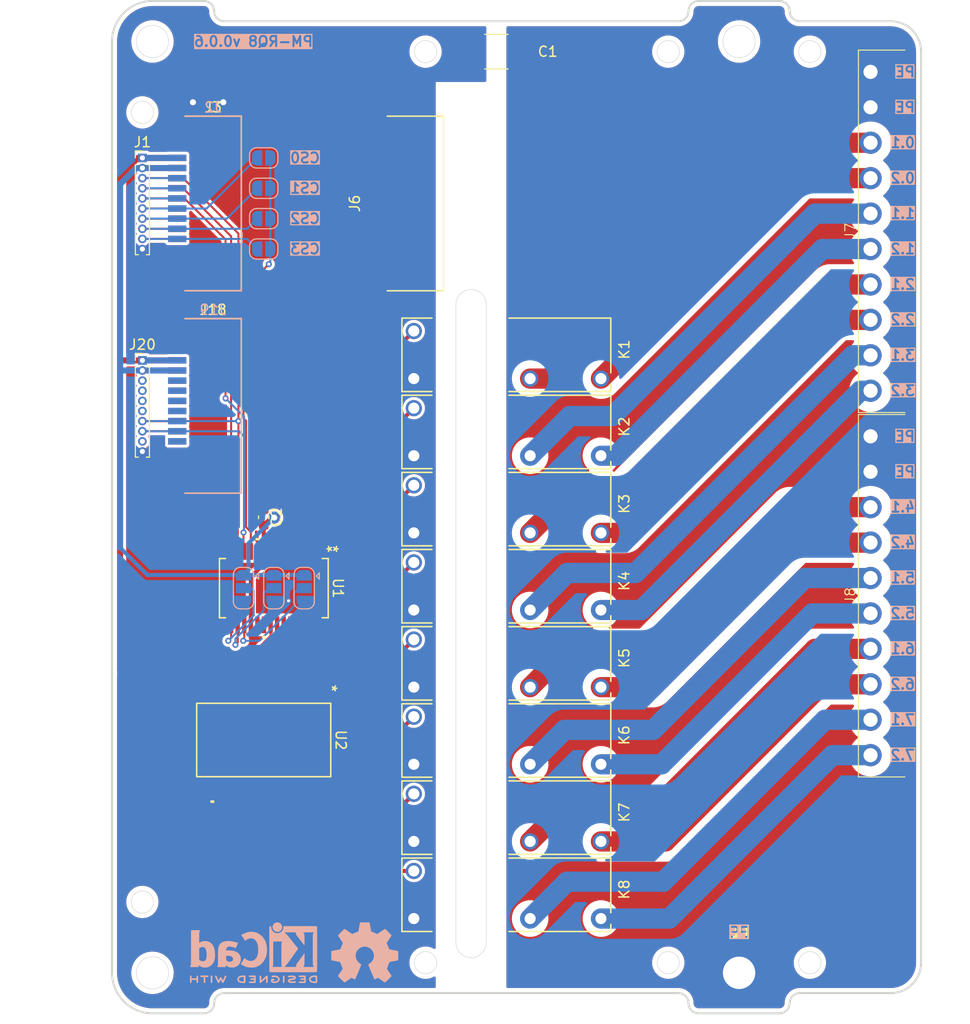
<source format=kicad_pcb>
(kicad_pcb (version 20240108) (generator "pcbnew") (generator_version "8.0")
  (title_block (title "${article} v${version}"))
  (layers (0 "F.Cu" signal) (31 "B.Cu" signal) (34 "B.Paste" user) (35 "F.Paste" user) (36 "B.SilkS" user "B.Silkscreen") (37 "F.SilkS" user "F.Silkscreen") (38 "B.Mask" user) (39 "F.Mask" user) (44 "Edge.Cuts" user))
  (property "article" "PM-RQ8")
  (property "version" "0.0.6")
  (net 0 "")
  (net 1 "GND")
  (net 2 "/K7")
  (net 3 "/K3")
  (net 4 "/K5")
  (net 5 "/K6")
  (net 6 "/K8")
  (net 7 "/K4")
  (net 8 "/K1")
  (net 9 "/K2")
  (net 10 "PE")
  (net 11 "+3.3V")
  (net 12 "/MISO")
  (net 13 "/K8_exp")
  (net 14 "/K4_exp")
  (net 15 "/K7_exp")
  (net 16 "/K1_exp")
  (net 17 "/K6_exp")
  (net 18 "/K2_exp")
  (net 19 "/K3_exp")
  (net 20 "/K5_exp")
  (net 21 "/CS")
  (net 22 "/K8_led")
  (net 23 "/K7_led")
  (net 24 "/K5_led")
  (net 25 "/K1_led")
  (net 26 "/K6_led")
  (net 27 "/K4_led")
  (net 28 "/K2_led")
  (net 29 "/K3_led")
  (net 30 "/CS3")
  (net 31 "/CS0")
  (net 32 "/CS2")
  (net 33 "/CS1")
  (net 35 "Net-(J7-Pin_8)")
  (net 36 "Net-(J7-Pin_4)")
  (net 37 "Net-(J7-Pin_2)")
  (net 38 "Net-(J7-Pin_7)")
  (net 39 "Net-(J7-Pin_1)")
  (net 40 "Net-(J7-Pin_3)")
  (net 41 "Net-(J7-Pin_5)")
  (net 42 "Net-(J7-Pin_6)")
  (net 43 "Net-(J8-Pin_1)")
  (net 44 "Net-(J8-Pin_5)")
  (net 45 "Net-(J8-Pin_3)")
  (net 46 "Net-(J8-Pin_6)")
  (net 47 "Net-(J8-Pin_7)")
  (net 48 "Net-(J8-Pin_4)")
  (net 49 "Net-(J8-Pin_2)")
  (net 50 "Net-(J8-Pin_8)")
  (net 53 "/A0")
  (net 54 "/A1")
  (net 55 "/A2")
  (net 56 "/SCK")
  (net 57 "/MOSI")
  (net 61 "+5V")
  (footprint "kicad_inventree_lib:CONN10_AFA07-S10_JUS" (layer "F.Cu") (at 64.9 70.3 90)
    (property "Reference" "J6")
    (property "Value" "AFA07-S10FCC-00")
  )
  (footprint "kicad_inventree_lib:G5NB-1A-E_DC12_RELAY_G5NB-1A_DC5_OMR" (layer "F.Cu") (at 83.04 105.76 90)
    (property "Reference" "K4")
    (property "Value" "G5NB-1A-E-DC5")
  )
  (footprint "kicad_inventree_lib:SOP18-P-375-1p27_TOS-M" (layer "F.Cu") (at 49.9 123.3 -90)
    (property "Reference" "U2")
    (property "Value" "TBD62783AFG")
  )
  (footprint "kicad_inventree_lib:CONN10_AFA07-S10_JUS" (layer "F.Cu") (at 44.9 90.3 90)
    (property "Reference" "J18")
    (property "Value" "AFA07-S10FCC-00")
  )
  (footprint "kicad_inventree_lib:G5NB-1A-E_DC12_RELAY_G5NB-1A_DC5_OMR" (layer "F.Cu") (at 83.04 113.38 90)
    (property "Reference" "K5")
    (property "Value" "G5NB-1A-E-DC5")
  )
  (footprint "Connector_PinHeader_1.00mm:PinHeader_1x10_P1.00mm_Vertical" (layer "F.Cu") (at 37.9 65.8)
    (property "Reference" "J1")
    (property "Value" "PinHeader_01x10_P1.00_THT_straight")
  )
  (footprint "kicad_inventree_lib:PM-ESP32C3_v0.0.5" (layer "F.Cu") (at 34.9 100.3)
    (property "Reference" "U4" (hide yes))
    (property "Value" "~" (hide yes))
    (fp_circle (center 3 -39) (end 4.1 -39) (stroke (width 0.05)) (fill none) (layer "Edge.Cuts"))
    (fp_circle (center 3 39) (end 4.1 39) (stroke (width 0.05)) (fill none) (layer "Edge.Cuts"))
    (fp_circle (center 31 -45) (end 32.1 -45) (stroke (width 0.05)) (fill none) (layer "Edge.Cuts"))
    (fp_circle (center 31 45) (end 32.1 45) (stroke (width 0.05)) (fill none) (layer "Edge.Cuts"))
  )
  (footprint "kicad_inventree_lib:G5NB-1A-E_DC12_RELAY_G5NB-1A_DC5_OMR" (layer "F.Cu") (at 83.04 121 90)
    (property "Reference" "K6")
    (property "Value" "G5NB-1A-E-DC5")
  )
  (footprint "kicad_inventree_lib:G5NB-1A-E_DC12_RELAY_G5NB-1A_DC5_OMR" (layer "F.Cu") (at 83.04 136.24 90)
    (property "Reference" "K8")
    (property "Value" "G5NB-1A-E-DC5")
  )
  (footprint "kicad_inventree_lib:G5NB-1A-E_DC12_RELAY_G5NB-1A_DC5_OMR" (layer "F.Cu") (at 83.04 82.9 90)
    (property "Reference" "K1")
    (property "Value" "G5NB-1A-E-DC5")
  )
  (footprint "kicad_inventree_lib:PM-LED_v0.0.2" (layer "F.Cu") (at 99.9 100.3)
    (property "Reference" "U3" (hide yes))
    (property "Value" "PM-LED8_v0.0.2")
    (fp_circle (center -10 -45) (end -8.9 -45) (stroke (width 0.05)) (fill none) (layer "Edge.Cuts"))
    (fp_circle (center -10 45) (end -8.9 45) (stroke (width 0.05)) (fill none) (layer "Edge.Cuts"))
    (fp_circle (center 4 -45) (end 5.1 -45) (stroke (width 0.05)) (fill none) (layer "Edge.Cuts"))
    (fp_circle (center 4 45) (end 5.1 45) (stroke (width 0.05)) (fill none) (layer "Edge.Cuts"))
  )
  (footprint "kicad_inventree_lib:MountingHole_M3" (layer "F.Cu") (at 38.9 54.3)
    (property "Reference" "H2" (hide yes))
    (property "Value" "MountingHole_M3")
    (fp_circle (center 0 0) (end 1.6 0) (stroke (width 0.05)) (fill none) (layer "Edge.Cuts"))
  )
  (footprint "kicad_inventree_lib:15EDGRC-3.5-10P" (layer "F.Cu") (at 109.9 124.8 90)
    (property "Reference" "J8")
    (property "Value" "15EDGRC-3.5-10P")
  )
  (footprint "kicad_inventree_lib:G5NB-1A-E_DC12_RELAY_G5NB-1A_DC5_OMR" (layer "F.Cu") (at 83.04 128.62 90)
    (property "Reference" "K7")
    (property "Value" "G5NB-1A-E-DC5")
  )
  (footprint "Connector_PinHeader_1.00mm:PinHeader_1x10_P1.00mm_Vertical" (layer "F.Cu") (at 37.9 85.8)
    (property "Reference" "J20")
    (property "Value" "PinHeader_01x10_P1.00_THT_straight")
  )
  (footprint "kicad_inventree_lib:MountingHole_M3" (layer "F.Cu") (at 96.9 54.3)
    (property "Reference" "H1" (hide yes))
    (property "Value" "MountingHole_M3")
    (fp_circle (center 0 0) (end 1.6 0) (stroke (width 0.05)) (fill none) (layer "Edge.Cuts"))
  )
  (footprint "Capacitor_SMD:C_0603_1608Metric" (layer "F.Cu") (at 49.9 101.3 90)
    (property "Reference" "C2")
    (property "Value" "100nF")
  )
  (footprint "kicad_inventree_lib:MountingHole_M3" (layer "F.Cu") (at 38.9 146.3)
    (property "Reference" "H3" (hide yes))
    (property "Value" "MountingHole_M3")
    (fp_circle (center 0 0) (end 1.6 0) (stroke (width 0.05)) (fill none) (layer "Edge.Cuts"))
  )
  (footprint "kicad_inventree_lib:PE" (layer "F.Cu") (at 96.9 146.3)
    (property "Reference" "PE1" (hide yes))
    (property "Value" "PE")
  )
  (footprint "kicad_inventree_lib:G5NB-1A-E_DC12_RELAY_G5NB-1A_DC5_OMR" (layer "F.Cu") (at 83.04 98.14 90)
    (property "Reference" "K3")
    (property "Value" "G5NB-1A-E-DC5")
  )
  (footprint "kicad_inventree_lib:SSOP28_MC_MCH" (layer "F.Cu") (at 50.9 108.3 -90)
    (property "Reference" "U1")
    (property "Value" "MCP23S17_SS")
  )
  (footprint "kicad_inventree_lib:G5NB-1A-E_DC12_RELAY_G5NB-1A_DC5_OMR" (layer "F.Cu") (at 83.04 90.52 90)
    (property "Reference" "K2")
    (property "Value" "G5NB-1A-E-DC5")
  )
  (footprint "Capacitor_SMD:C_1812_4532Metric_Pad1.57x3.40mm_HandSolder" (layer "F.Cu") (at 72.9 55.3 180)
    (property "Reference" "C1")
    (property "Value" "4.7nF 2kV")
  )
  (footprint "kicad_inventree_lib:15EDGRC-3.5-10P" (layer "F.Cu") (at 109.9 88.8 90)
    (property "Reference" "J7")
    (property "Value" "15EDGRC-3.5-10P")
  )
  (footprint "kicad_inventree_lib:CONN10_AFA07-S10_JUS" (layer "F.Cu") (at 44.9 70.3 90)
    (property "Reference" "J3")
    (property "Value" "AFA07-S10FCC-00")
  )
  (footprint "kicad_inventree_lib:CONN10_AFA07-S10_JUS" (layer "B.Cu") (at 44.9 90.3 -90)
    (property "Reference" "J19")
    (property "Value" "AFA07-S10FCC-00")
  )
  (footprint "Jumper:SolderJumper-2_P1.3mm_Open_RoundedPad1.0x1.5mm" (layer "B.Cu") (at 49.9 71.8)
    (property "Reference" "JP3" (hide yes))
    (property "Value" "SolderJumper_2_Open")
  )
  (footprint "Jumper:SolderJumper-3_P1.3mm_Open_RoundedPad1.0x1.5mm" (layer "B.Cu") (at 47.9 108.3 -90)
    (property "Reference" "JP5" (hide yes))
    (property "Value" "SolderJumper_3_Open")
  )
  (footprint "Jumper:SolderJumper-2_P1.3mm_Open_RoundedPad1.0x1.5mm" (layer "B.Cu") (at 49.9 74.8)
    (property "Reference" "JP4" (hide yes))
    (property "Value" "SolderJumper_2_Open")
  )
  (footprint "Symbol:OSHW-Symbol_6.7x6mm_SilkScreen" (layer "B.Cu") (at 59.9 144.3 180)
    (property "Reference" "oshw_logo" (hide yes))
    (property "Value" "OSHW-Symbol_6.7x6mm_SilkScreen" (hide yes))
  )
  (footprint "Jumper:SolderJumper-2_P1.3mm_Open_RoundedPad1.0x1.5mm" (layer "B.Cu") (at 49.9 68.8)
    (property "Reference" "JP2" (hide yes))
    (property "Value" "SolderJumper_2_Open")
  )
  (footprint "Jumper:SolderJumper-3_P1.3mm_Open_RoundedPad1.0x1.5mm" (layer "B.Cu") (at 50.9 108.3 -90)
    (property "Reference" "JP6" (hide yes))
    (property "Value" "SolderJumper_3_Open")
  )
  (footprint "Symbol:KiCad-Logo2_5mm_SilkScreen" (layer "B.Cu") (at 48.9 144.3 180)
    (property "Reference" "kicad_logo" (hide yes))
    (property "Value" "KiCad-Logo2_5mm_SilkScreen" (hide yes))
  )
  (footprint "Jumper:SolderJumper-2_P1.3mm_Open_RoundedPad1.0x1.5mm" (layer "B.Cu") (at 49.9 65.8)
    (property "Reference" "JP1" (hide yes))
    (property "Value" "SolderJumper_2_Open")
  )
  (footprint "kicad_inventree_lib:CONN10_AFA07-S10_JUS" (layer "B.Cu") (at 44.9 70.3 -90)
    (property "Reference" "J2")
    (property "Value" "AFA07-S10FCC-00")
  )
  (footprint "Jumper:SolderJumper-3_P1.3mm_Open_RoundedPad1.0x1.5mm" (layer "B.Cu") (at 53.9 108.3 -90)
    (property "Reference" "JP7" (hide yes))
    (property "Value" "SolderJumper_3_Open")
  )
  (gr_arc (start 34.9 54.3) (mid 36.071573 51.471573) (end 38.9 50.3) (stroke (width 0.2)) (layer "Edge.Cuts"))
  (gr_line (start 102.9 148.3) (end 111.9 148.3) (stroke (width 0.2)) (layer "Edge.Cuts"))
  (gr_arc (start 101.9 149.3) (mid 102.192893 148.592893) (end 102.9 148.3) (stroke (width 0.2)) (layer "Edge.Cuts"))
  (gr_line (start 92.9 150.3) (end 100.9 150.3) (stroke (width 0.2)) (layer "Edge.Cuts"))
  (gr_arc (start 92.9 150.3) (mid 92.192893 150.007107) (end 91.9 149.3) (stroke (width 0.2)) (layer "Edge.Cuts"))
  (gr_line (start 71.9 143.3) (end 71.9 80.3) (stroke (width 0.05)) (layer "Edge.Cuts"))
  (gr_arc (start 100.9 50.3) (mid 101.607107 50.592893) (end 101.9 51.3) (stroke (width 0.2)) (layer "Edge.Cuts"))
  (gr_arc (start 38.9 150.3) (mid 36.071573 149.128427) (end 34.9 146.3) (stroke (width 0.2)) (layer "Edge.Cuts"))
  (gr_line (start 114.9 55.3) (end 114.9 145.3) (stroke (width 0.2)) (layer "Edge.Cuts"))
  (gr_arc (start 45 149.3) (mid 45.292893 148.592893) (end 46 148.3) (stroke (width 0.2)) (layer "Edge.Cuts"))
  (gr_line (start 38.9 50.3) (end 44 50.3) (stroke (width 0.2)) (layer "Edge.Cuts"))
  (gr_arc (start 90.9 148.3) (mid 91.607107 148.592893) (end 91.9 149.3) (stroke (width 0.2)) (layer "Edge.Cuts"))
  (gr_arc (start 45 149.3) (mid 44.707107 150.007107) (end 44 150.3) (stroke (width 0.2)) (layer "Edge.Cuts"))
  (gr_arc (start 68.9 80.3) (mid 70.4 78.8) (end 71.9 80.3) (stroke (width 0.05)) (layer "Edge.Cuts"))
  (gr_arc (start 71.9 143.3) (mid 70.4 144.8) (end 68.9 143.3) (stroke (width 0.05)) (layer "Edge.Cuts"))
  (gr_arc (start 46 52.3) (mid 45.292893 52.007107) (end 45 51.3) (stroke (width 0.2)) (layer "Edge.Cuts"))
  (gr_line (start 38.9 150.3) (end 44 150.3) (stroke (width 0.2)) (layer "Edge.Cuts"))
  (gr_arc (start 91.9 51.3) (mid 91.607107 52.007107) (end 90.9 52.3) (stroke (width 0.2)) (layer "Edge.Cuts"))
  (gr_line (start 90.9 148.3) (end 46 148.3) (stroke (width 0.2)) (layer "Edge.Cuts"))
  (gr_arc (start 111.9 52.3) (mid 114.02132 53.17868) (end 114.9 55.3) (stroke (width 0.2)) (layer "Edge.Cuts"))
  (gr_line (start 100.9 50.3) (end 92.9 50.3) (stroke (width 0.2)) (layer "Edge.Cuts"))
  (gr_arc (start 114.9 145.3) (mid 114.02132 147.42132) (end 111.9 148.3) (stroke (width 0.2)) (layer "Edge.Cuts"))
  (gr_arc (start 101.9 149.3) (mid 101.607107 150.007107) (end 100.9 150.3) (stroke (width 0.2)) (layer "Edge.Cuts"))
  (gr_line (start 34.9 54.3) (end 34.9 146.3) (stroke (width 0.2)) (layer "Edge.Cuts"))
  (gr_line (start 111.9 52.3) (end 102.9 52.3) (stroke (width 0.2)) (layer "Edge.Cuts"))
  (gr_line (start 46 52.3) (end 90.9 52.3) (stroke (width 0.2)) (layer "Edge.Cuts"))
  (gr_arc (start 44 50.3) (mid 44.707107 50.592893) (end 45 51.3) (stroke (width 0.2)) (layer "Edge.Cuts"))
  (gr_line (start 68.9 80.3) (end 68.9 143.3) (stroke (width 0.05)) (layer "Edge.Cuts"))
  (gr_arc (start 91.9 51.3) (mid 92.192893 50.592893) (end 92.9 50.3) (stroke (width 0.2)) (layer "Edge.Cuts"))
  (gr_arc (start 102.9 52.3) (mid 102.192893 52.007107) (end 101.9 51.3) (stroke (width 0.2)) (layer "Edge.Cuts"))
  (gr_text "PE" (at 114.4 60.8 0) (layer "B.SilkS" knockout) (effects (font (size 1 1) (thickness 0.2) (bold yes)) (justify left mirror)))
  (gr_text "PE" (at 114.4 96.8 0) (layer "B.SilkS" knockout) (effects (font (size 1 1) (thickness 0.2) (bold yes)) (justify left mirror)))
  (gr_text "0.2" (at 114.4 67.8 0) (layer "B.SilkS" knockout) (effects (font (size 1 1) (thickness 0.2) (bold yes)) (justify left mirror)))
  (gr_text "7.2" (at 114.4 124.8 0) (layer "B.SilkS" knockout) (effects (font (size 1 1) (thickness 0.2) (bold yes)) (justify left mirror)))
  (gr_text "2.2" (at 114.4 81.8 0) (layer "B.SilkS" knockout) (effects (font (size 1 1) (thickness 0.2) (bold yes)) (justify left mirror)))
  (gr_text "${article} v${version}" (at 42.9 54.3 0) (layer "B.SilkS" knockout) (effects (font (size 1 1) (thickness 0.2) (bold yes)) (justify right mirror)))
  (gr_text "1.1" (at 114.4 71.3 0) (layer "B.SilkS" knockout) (effects (font (size 1 1) (thickness 0.2) (bold yes)) (justify left mirror)))
  (gr_text "CS0" (at 52.4 65.8 0) (layer "B.SilkS" knockout) (effects (font (size 1 1) (thickness 0.2) (bold yes)) (justify right mirror)))
  (gr_text "CS2" (at 52.4 71.8 0) (layer "B.SilkS" knockout) (effects (font (size 1 1) (thickness 0.2) (bold yes)) (justify right mirror)))
  (gr_text "2.1" (at 114.4 78.3 0) (layer "B.SilkS" knockout) (effects (font (size 1 1) (thickness 0.2) (bold yes)) (justify left mirror)))
  (gr_text "7.1" (at 114.4 121.3 0) (layer "B.SilkS" knockout) (effects (font (size 1 1) (thickness 0.2) (bold yes)) (justify left mirror)))
  (gr_text "0.1" (at 114.4 64.3 0) (layer "B.SilkS" knockout) (effects (font (size 1 1) (thickness 0.2) (bold yes)) (justify left mirror)))
  (gr_text "4.1" (at 114.4 100.3 0) (layer "B.SilkS" knockout) (effects (font (size 1 1) (thickness 0.2) (bold yes)) (justify left mirror)))
  (gr_text "PE" (at 114.4 57.3 0) (layer "B.SilkS" knockout) (effects (font (size 1 1) (thickness 0.2) (bold yes)) (justify left mirror)))
  (gr_text "4.2" (at 114.4 103.8 0) (layer "B.SilkS" knockout) (effects (font (size 1 1) (thickness 0.2) (bold yes)) (justify left mirror)))
  (gr_text "6.1" (at 114.4 114.3 0) (layer "B.SilkS" knockout) (effects (font (size 1 1) (thickness 0.2) (bold yes)) (justify left mirror)))
  (gr_text "PE" (at 114.4 93.3 0) (layer "B.SilkS" knockout) (effects (font (size 1 1) (thickness 0.2) (bold yes)) (justify left mirror)))
  (gr_text "PE" (at 96.9 142.3 -0) (layer "B.SilkS" knockout) (effects (font (size 1 1) (thickness 0.2) (bold yes)) (justify mirror)))
  (gr_text "5.1" (at 114.4 107.3 0) (layer "B.SilkS" knockout) (effects (font (size 1 1) (thickness 0.2) (bold yes)) (justify left mirror)))
  (gr_text "3.1" (at 114.4 85.3 0) (layer "B.SilkS" knockout) (effects (font (size 1 1) (thickness 0.2) (bold yes)) (justify left mirror)))
  (gr_text "6.2" (at 114.4 117.8 0) (layer "B.SilkS" knockout) (effects (font (size 1 1) (thickness 0.2) (bold yes)) (justify left mirror)))
  (gr_text "1.2" (at 114.4 74.8 0) (layer "B.SilkS" knockout) (effects (font (size 1 1) (thickness 0.2) (bold yes)) (justify left mirror)))
  (gr_text "CS3" (at 52.4 74.8 0) (layer "B.SilkS" knockout) (effects (font (size 1 1) (thickness 0.2) (bold yes)) (justify right mirror)))
  (gr_text "5.2" (at 114.4 110.8 0) (layer "B.SilkS" knockout) (effects (font (size 1 1) (thickness 0.2) (bold yes)) (justify left mirror)))
  (gr_text "3.2" (at 114.4 88.8 0) (layer "B.SilkS" knockout) (effects (font (size 1 1) (thickness 0.2) (bold yes)) (justify left mirror)))
  (gr_text "CS1" (at 52.4 68.8 0) (layer "B.SilkS" knockout) (effects (font (size 1 1) (thickness 0.2) (bold yes)) (justify right mirror)))
  (gr_text "PE" (at 96.9 142.3 0) (layer "F.SilkS" knockout) (effects (font (size 1 1) (thickness 0.2) (bold yes))))
  (segment (start 44.514001 77.150002) (end 44.514001 76.969992) (width 0.6) (layer "F.Cu") (net 1))
  (via (at 42.9 60.3) (size 1) (drill 0.6) (layers "F.Cu" "B.Cu") (net 1))
  (via (at 45.9 60.3) (size 1) (drill 0.6) (layers "F.Cu" "B.Cu") (net 1))
  (via (at 52.345 109.55) (size 0.6) (drill 0.3) (layers "F.Cu" "B.Cu") (net 1))
  (segment (start 47.36 128.1508) (end 47.36 129.3605) (width 0.4) (layer "F.Cu") (net 2))
  (segment (start 47.36 129.3605) (end 50.129 132.1295) (width 0.4) (layer "F.Cu") (net 2))
  (segment (start 61.2305 132.1295) (end 64.74 128.62) (width 0.4) (layer "F.Cu") (net 2))
  (segment (start 50.129 132.1295) (end 61.2305 132.1295) (width 0.4) (layer "F.Cu") (net 2))
  (segment (start 55.6542 129.9295) (end 60.5 125.0837) (width 0.4) (layer "F.Cu") (net 3))
  (segment (start 52.44 129.3605) (end 53.009 129.9295) (width 0.4) (layer "F.Cu") (net 3))
  (segment (start 60.5 102.38) (end 64.74 98.14) (width 0.4) (layer "F.Cu") (net 3))
  (segment (start 53.009 129.9295) (end 55.6542 129.9295) (width 0.4) (layer "F.Cu") (net 3))
  (segment (start 60.5 125.0837) (end 60.5 102.38) (width 0.4) (layer "F.Cu") (net 3))
  (segment (start 52.44 128.1508) (end 52.44 129.3605) (width 0.4) (layer "F.Cu") (net 3))
  (segment (start 49.9 129.408798) (end 51.520702 131.0295) (width 0.4) (layer "F.Cu") (net 4))
  (segment (start 56.109836 131.0295) (end 61.6 125.539336) (width 0.4) (layer "F.Cu") (net 4))
  (segment (start 49.9 128.150798) (end 49.9 129.408798) (width 0.4) (layer "F.Cu") (net 4))
  (segment (start 61.6 125.539336) (end 61.6 116.52) (width 0.4) (layer "F.Cu") (net 4))
  (segment (start 61.6 116.52) (end 64.74 113.38) (width 0.4) (layer "F.Cu") (net 4))
  (segment (start 51.520702 131.0295) (end 56.109836 131.0295) (width 0.4) (layer "F.Cu") (net 4))
  (segment (start 48.63 129.3605) (end 48.63 128.1508) (width 0.4) (layer "F.Cu") (net 5))
  (segment (start 50.849 131.5795) (end 48.63 129.3605) (width 0.4) (layer "F.Cu") (net 5))
  (segment (start 62.15 123.59) (end 62.15 125.767154) (width 0.4) (layer "F.Cu") (net 5))
  (segment (start 62.15 125.767154) (end 56.337654 131.5795) (width 0.4) (layer "F.Cu") (net 5))
  (segment (start 56.337654 131.5795) (end 50.849 131.5795) (width 0.4) (layer "F.Cu") (net 5))
  (segment (start 64.74 121) (end 62.15 123.59) (width 0.4) (layer "F.Cu") (net 5))
  (segment (start 52.9695 136.24) (end 64.74 136.24) (width 0.4) (layer "F.Cu") (net 6))
  (segment (start 46.09 128.1508) (end 46.09 129.3605) (width 0.4) (layer "F.Cu") (net 6))
  (segment (start 46.09 129.3605) (end 52.9695 136.24) (width 0.4) (layer "F.Cu") (net 6))
  (segment (start 61.05 109.45) (end 64.74 105.76) (width 0.4) (layer "F.Cu") (net 7))
  (segment (start 61.05 125.311518) (end 61.05 109.45) (width 0.4) (layer "F.Cu") (net 7))
  (segment (start 55.882018 130.4795) (end 61.05 125.311518) (width 0.4) (layer "F.Cu") (net 7))
  (segment (start 51.17 129.408798) (end 52.240702 130.4795) (width 0.4) (layer "F.Cu") (net 7))
  (segment (start 51.17 128.150798) (end 51.17 129.408798) (width 0.4) (layer "F.Cu") (net 7))
  (segment (start 52.240702 130.4795) (end 55.882018 130.4795) (width 0.4) (layer "F.Cu") (net 7))
  (segment (start 59.4 88.24) (end 64.74 82.9) (width 0.4) (layer "F.Cu") (net 8))
  (segment (start 59.4 123.730798) (end 59.4 88.24) (width 0.4) (layer "F.Cu") (net 8))
  (segment (start 54.98 128.150798) (end 59.4 123.730798) (width 0.4) (layer "F.Cu") (net 8))
  (segment (start 54.98 128.1508) (end 54.98 128.150798) (width 0.4) (layer "F.Cu") (net 8))
  (segment (start 59.95 95.31) (end 64.74 90.52) (width 0.4) (layer "F.Cu") (net 9))
  (segment (start 54.4795 129.3795) (end 55.3523 129.3795) (width 0.4) (layer "F.Cu") (net 9))
  (segment (start 53.71 128.61) (end 54.4795 129.3795) (width 0.4) (layer "F.Cu") (net 9))
  (segment (start 55.3523 129.3795) (end 59.95 124.7818) (width 0.4) (layer "F.Cu") (net 9))
  (segment (start 59.95 124.7818) (end 59.95 95.31) (width 0.4) (layer "F.Cu") (net 9))
  (segment (start 53.71 128.1508) (end 53.71 128.61) (width 0.4) (layer "F.Cu") (net 9))
  (segment (start 37.900007 86.800007) (end 37.9 86.8) (width 0.6) (layer "F.Cu") (net 11))
  (segment (start 48.625001 107.199999) (end 48.625001 111.927801) (width 0.4) (layer "F.Cu") (net 11))
  (segment (start 49.925001 105.899999) (end 48.625001 107.199999) (width 0.4) (layer "F.Cu") (net 11))
  (segment (start 37.900007 66.800007) (end 37.9 66.8) (width 0.6) (layer "F.Cu") (net 11))
  (segment (start 49.9 104.647198) (end 49.925001 104.672199) (width 0.4) (layer "F.Cu") (net 11))
  (segment (start 37.900007 86.800007) (end 41.344 86.800007) (width 0.6) (layer "F.Cu") (net 11))
  (segment (start 50.935134 101.329918) (end 50.645082 101.329918) (width 0.4) (layer "F.Cu") (net 11))
  (segment (start 37.9 66.8) (end 41.343993 66.8) (width 0.6) (layer "F.Cu") (net 11))
  (segment (start 41.343993 66.8) (end 41.344 66.800007) (width 0.6) (layer "F.Cu") (net 11))
  (segment (start 49.925001 104.672199) (end 49.925001 105.899999) (width 0.4) (layer "F.Cu") (net 11))
  (segment (start 50.645082 101.329918) (end 49.9 102.075) (width 0.4) (layer "F.Cu") (net 11))
  (segment (start 49.9 102.075) (end 49.9 104.647198) (width 0.4) (layer "F.Cu") (net 11))
  (via (at 50.935134 101.329918) (size 1.2) (drill 0.6) (layers "F.Cu" "B.Cu") (net 11))
  (segment (start 37.9 86.8) (end 41.343993 86.8) (width 0.6) (layer "B.Cu") (net 11))
  (segment (start 48.4 106.5) (end 47.9 107) (width 0.4) (layer "B.Cu") (net 11))
  (segment (start 50.935134 101.329918) (end 48.4 103.865052) (width 0.4) (layer "B.Cu") (net 11))
  (segment (start 38.4 107) (end 35.7 104.3) (width 0.4) (layer "B.Cu") (net 11))
  (segment (start 47.9 107) (end 38.4 107) (width 0.4) (layer "B.Cu") (net 11))
  (segment (start 35.7 98.3) (end 35.7 104.3) (width 0.6) (layer "B.Cu") (net 11))
  (segment (start 53.4 107) (end 50.9 107) (width 0.4) (layer "B.Cu") (net 11))
  (segment (start 35.7 68.39896) (end 35.7 86.8) (width 0.6) (layer "B.Cu") (net 11))
  (segment (start 37.900007 86.800007) (end 37.9 86.8) (width 0.6) (layer "B.Cu") (net 11))
  (segment (start 48.4 103.865052) (end 48.4 106.5) (width 0.4) (layer "B.Cu") (net 11))
  (segment (start 35.7 86.8) (end 37.9 86.8) (width 0.6) (layer "B.Cu") (net 11))
  (segment (start 41.343993 86.8) (end 41.344 86.800007) (width 0.6) (layer "B.Cu") (net 11))
  (segment (start 37.29896 66.8) (end 35.7 68.39896) (width 0.6) (layer "B.Cu") (net 11))
  (segment (start 37.9 66.8) (end 41.343993 66.8) (width 0.6) (layer "B.Cu") (net 11))
  (segment (start 35.7 88.3) (end 35.7 98.3) (width 0.6) (layer "B.Cu") (net 11))
  (segment (start 41.343993 66.8) (end 41.344 66.800007) (width 0.6) (layer "B.Cu") (net 11))
  (segment (start 35.7 86.8) (end 35.7 88.3) (width 0.6) (layer "B.Cu") (net 11))
  (segment (start 47.9 107) (end 50.9 107) (width 0.4) (layer "B.Cu") (net 11))
  (segment (start 37.9 66.8) (end 37.29896 66.8) (width 0.6) (layer "B.Cu") (net 11))
  (segment (start 37.9 68.8) (end 41.343997 68.8) (width 0.2) (layer "F.Cu") (net 12))
  (segment (start 46.675 104.672) (end 46.675 104.6722) (width 0.2) (layer "F.Cu") (net 12))
  (segment (start 41.343997 68.8) (end 41.344 68.800003) (width 0.2) (layer "F.Cu") (net 12))
  (segment (start 46.675002 73.546805) (end 46.675002 104.672199) (width 0.2) (layer "F.Cu") (net 12))
  (segment (start 41.344 68.800003) (end 41.9282 68.800003) (width 0.2) (layer "F.Cu") (net 12))
  (segment (start 41.9282 68.800003) (end 46.675002 73.546805) (width 0.2) (layer "F.Cu") (net 12))
  (segment (start 37.900003 68.800003) (end 37.9 68.8) (width 0.2) (layer "F.Cu") (net 12))
  (segment (start 37.9 68.8) (end 41.343997 68.8) (width 0.2) (layer "B.Cu") (net 12))
  (segment (start 41.343997 68.8) (end 41.344 68.800003) (width 0.2) (layer "B.Cu") (net 12))
  (segment (start 37.900003 68.800003) (end 37.9 68.8) (width 0.2) (layer "B.Cu") (net 12))
  (segment (start 46.09 118.4492) (end 46.09 117.3395) (width 0.2) (layer "F.Cu") (net 13))
  (segment (start 50.575 111.9278) (end 50.575 113.0073) (width 0.2) (layer "F.Cu") (net 13))
  (segment (start 50.575 113.0073) (end 46.2428 117.3395) (width 0.2) (layer "F.Cu") (net 13))
  (segment (start 46.2428 117.3395) (end 46.09 117.3395) (width 0.2) (layer "F.Cu") (net 13))
  (segment (start 51.17 118.4492) (end 51.17 115.294) (width 0.2) (layer "F.Cu") (net 14))
  (segment (start 53.175 113.289) (end 53.175 111.9278) (width 0.2) (layer "F.Cu") (net 14))
  (segment (start 51.17 115.294) (end 53.175 113.289) (width 0.2) (layer "F.Cu") (net 14))
  (segment (start 51.225 111.9278) (end 51.225 113.0073) (width 0.2) (layer "F.Cu") (net 15))
  (segment (start 51.225 113.0073) (end 47.36 116.8723) (width 0.2) (layer "F.Cu") (net 15))
  (segment (start 47.36 116.8723) (end 47.36 118.4492) (width 0.2) (layer "F.Cu") (net 15))
  (segment (start 55.125 117.1945) (end 54.98 117.3395) (width 0.2) (layer "F.Cu") (net 16))
  (segment (start 54.98 118.4492) (end 54.98 117.3395) (width 0.2) (layer "F.Cu") (net 16))
  (segment (start 55.125 111.9278) (end 55.125 117.1945) (width 0.2) (layer "F.Cu") (net 16))
  (segment (start 51.875 111.9278) (end 51.875 113.0073) (width 0.2) (layer "F.Cu") (net 17))
  (segment (start 48.63 116.2523) (end 48.63 118.4492) (width 0.2) (layer "F.Cu") (net 17))
  (segment (start 51.875 113.0073) (end 48.63 116.2523) (width 0.2) (layer "F.Cu") (net 17))
  (segment (start 53.71 118.4492) (end 53.71 117.3395) (width 0.2) (layer "F.Cu") (net 18))
  (segment (start 54.475 116.5745) (end 53.71 117.3395) (width 0.2) (layer "F.Cu") (net 18))
  (segment (start 54.475 111.9278) (end 54.475 116.5745) (width 0.2) (layer "F.Cu") (net 18))
  (segment (start 53.825 111.9278) (end 53.825 113.8603) (width 0.2) (layer "F.Cu") (net 19))
  (segment (start 52.44 115.2453) (end 52.44 118.4492) (width 0.2) (layer "F.Cu") (net 19))
  (segment (start 53.825 113.8603) (end 52.44 115.2453) (width 0.2) (layer "F.Cu") (net 19))
  (segment (start 52.525 111.9278) (end 52.525 113.3424) (width 0.2) (layer "F.Cu") (net 20))
  (segment (start 49.9 115.9674) (end 49.9 118.4492) (width 0.2) (layer "F.Cu") (net 20))
  (segment (start 52.525 113.3424) (end 49.9 115.9674) (width 0.2) (layer "F.Cu") (net 20))
  (segment (start 48.625001 102.747183) (end 48.625001 104.672199) (width 0.2) (layer "F.Cu") (net 21))
  (segment (start 47.9 78.8) (end 47.9 91.522182) (width 0.2) (layer "F.Cu") (net 21))
  (segment (start 50.4 76.3) (end 47.9 78.8) (width 0.2) (layer "F.Cu") (net 21))
  (segment (start 48.625 104.672) (end 48.625 104.6722) (width 0.2) (layer "F.Cu") (net 21))
  (segment (start 48.15 91.772182) (end 48.15 102.272182) (width 0.2) (layer "F.Cu") (net 21))
  (segment (start 48.15 102.272182) (end 48.625001 102.747183) (width 0.2) (layer "F.Cu") (net 21))
  (segment (start 47.9 91.522182) (end 48.15 91.772182) (width 0.2) (layer "F.Cu") (net 21))
  (via (at 50.4 76.3) (size 0.6) (drill 0.3) (layers "F.Cu" "B.Cu") (net 21))
  (segment (start 50.55 68.8) (end 50.55 71.8) (width 0.2) (layer "B.Cu") (net 21))
  (segment (start 50.55 76.15) (end 50.4 76.3) (width 0.2) (layer "B.Cu") (net 21))
  (segment (start 50.55 74.8) (end 50.55 76.15) (width 0.2) (layer "B.Cu") (net 21))
  (segment (start 50.55 65.8) (end 50.55 68.8) (width 0.2) (layer "B.Cu") (net 21))
  (segment (start 50.55 71.8) (end 50.55 74.8) (width 0.2) (layer "B.Cu") (net 21))
  (segment (start 55.9 101.821724) (end 55.125 102.596724) (width 0.2) (layer "F.Cu") (net 22))
  (segment (start 60.1906 73.8) (end 55.9 78.0906) (width 0.2) (layer "F.Cu") (net 22))
  (segment (start 55.9 78.0906) (end 55.9 101.821724) (width 0.2) (layer "F.Cu") (net 22))
  (segment (start 61.344 73.8) (end 60.1906 73.8) (width 0.2) (layer "F.Cu") (net 22))
  (segment (start 55.125 102.596724) (end 55.125 104.6722) (width 0.2) (layer "F.Cu") (net 22))
  (segment (start 55.55 101.67675) (end 54.475 102.75175) (width 0.2) (layer "F.Cu") (net 23))
  (segment (start 60.1906 72.8) (end 55.55 77.4406) (width 0.2) (layer "F.Cu") (net 23))
  (segment (start 54.475 102.75175) (end 54.475 104.6722) (width 0.2) (layer "F.Cu") (net 23))
  (segment (start 55.55 77.4406) (end 55.55 101.67675) (width 0.2) (layer "F.Cu") (net 23))
  (segment (start 61.344 72.8) (end 60.1906 72.8) (width 0.2) (layer "F.Cu") (net 23))
  (segment (start 53.175 103.019974) (end 54.644974 101.55) (width 0.2) (layer "F.Cu") (net 24))
  (segment (start 54.644974 101.55) (end 54.644975 101.55) (width 0.2) (layer "F.Cu") (net 24))
  (segment (start 53.175 104.6722) (end 53.175 103.019974) (width 0.2) (layer "F.Cu") (net 24))
  (segment (start 54.644975 101.55) (end 54.85 101.344975) (width 0.2) (layer "F.Cu") (net 24))
  (segment (start 54.85 101.344975) (end 54.85 76.1406) (width 0.2) (layer "F.Cu") (net 24))
  (segment (start 60.1906 70.8) (end 61.344 70.8) (width 0.2) (layer "F.Cu") (net 24))
  (segment (start 54.85 76.1406) (end 60.1906 70.8) (width 0.2) (layer "F.Cu") (net 24))
  (segment (start 53.45 73.5406) (end 60.1906 66.8) (width 0.2) (layer "F.Cu") (net 25))
  (segment (start 50.575 103.630026) (end 53.45 100.755026) (width 0.2) (layer "F.Cu") (net 25))
  (segment (start 50.575 104.6722) (end 50.575 103.630026) (width 0.2) (layer "F.Cu") (net 25))
  (segment (start 53.45 100.755026) (end 53.45 73.5406) (width 0.2) (layer "F.Cu") (net 25))
  (segment (start 60.1906 66.8) (end 61.344 66.8) (width 0.2) (layer "F.Cu") (net 25))
  (segment (start 55.2 76.7906) (end 60.1906 71.8) (width 0.2) (layer "F.Cu") (net 26))
  (segment (start 53.825 102.864948) (end 55.2 101.489948) (width 0.2) (layer "F.Cu") (net 26))
  (segment (start 53.825 104.6722) (end 53.825 102.864948) (width 0.2) (layer "F.Cu") (net 26))
  (segment (start 55.2 101.489948) (end 55.2 76.7906) (width 0.2) (layer "F.Cu") (net 26))
  (segment (start 60.1906 71.8) (end 61.344 71.8) (width 0.2) (layer "F.Cu") (net 26))
  (segment (start 54.5 75.4906) (end 60.1906 69.8) (width 0.2) (layer "F.Cu") (net 27))
  (segment (start 52.525 103.175) (end 54.5 101.2) (width 0.2) (layer "F.Cu") (net 27))
  (segment (start 60.1906 69.8) (end 61.344 69.8) (width 0.2) (layer "F.Cu") (net 27))
  (segment (start 52.525 104.6722) (end 52.525 103.175) (width 0.2) (layer "F.Cu") (net 27))
  (segment (start 54.5 101.2) (end 54.5 75.4906) (width 0.2) (layer "F.Cu") (net 27))
  (segment (start 60.1906 67.8) (end 61.344 67.8) (width 0.2) (layer "F.Cu") (net 28))
  (segment (start 51.225 103.475) (end 53.8 100.9) (width 0.2) (layer "F.Cu") (net 28))
  (segment (start 53.8 74.1906) (end 60.1906 67.8) (width 0.2) (layer "F.Cu") (net 28))
  (segment (start 53.8 100.9) (end 53.8 74.1906) (width 0.2) (layer "F.Cu") (net 28))
  (segment (start 51.225 104.6722) (end 51.225 103.475) (width 0.2) (layer "F.Cu") (net 28))
  (segment (start 54.15 101.05) (end 54.15 75.345626) (width 0.2) (layer "F.Cu") (net 29))
  (segment (start 60.695623 68.800003) (end 61.344 68.800003) (width 0.2) (layer "F.Cu") (net 29))
  (segment (start 54.15 75.345626) (end 60.695623 68.800003) (width 0.2) (layer "F.Cu") (net 29))
  (segment (start 51.874999 104.672199) (end 51.874999 103.325001) (width 0.2) (layer "F.Cu") (net 29))
  (segment (start 51.874999 103.325001) (end 54.15 101.05) (width 0.2) (layer "F.Cu") (net 29))
  (segment (start 41.343993 73.8) (end 41.344 73.799993) (width 0.2) (layer "F.Cu") (net 30))
  (segment (start 37.9 73.8) (end 41.343993 73.8) (width 0.2) (layer "F.Cu") (net 30))
  (segment (start 41.344 73.799993) (end 41.344007 73.8) (width 0.2) (layer "B.Cu") (net 30))
  (segment (start 37.9 73.8) (end 41.343993 73.8) (width 0.2) (layer "B.Cu") (net 30))
  (segment (start 41.344 73.799993) (end 48.249993 73.799993) (width 0.2) (layer "B.Cu") (net 30))
  (segment (start 48.249993 73.799993) (end 49.25 74.8) (width 0.2) (layer "B.Cu") (net 30))
  (segment (start 41.343993 73.8) (end 41.344 73.799993) (width 0.2) (layer "B.Cu") (net 30))
  (segment (start 37.900001 70.799999) (end 41.344 70.799999) (width 0.2) (layer "F.Cu") (net 31))
  (segment (start 37.900001 70.799999) (end 37.9 70.8) (width 0.2) (layer "F.Cu") (net 31))
  (segment (start 44.250001 70.799999) (end 49.25 65.8) (width 0.2) (layer "B.Cu") (net 31))
  (segment (start 37.900001 70.799999) (end 37.9 70.8) (width 0.2) (layer "B.Cu") (net 31))
  (segment (start 41.344 70.799999) (end 44.250001 70.799999) (width 0.2) (layer "B.Cu") (net 31))
  (segment (start 37.9 70.8) (end 41.343999 70.8) (width 0.2) (layer "B.Cu") (net 31))
  (segment (start 41.343999 70.8) (end 41.344 70.799999) (width 0.2) (layer "B.Cu") (net 31))
  (segment (start 37.900005 72.799995) (end 41.344 72.799995) (width 0.2) (layer "F.Cu") (net 32))
  (segment (start 37.9 72.8) (end 37.900005 72.799995) (width 0.2) (layer "F.Cu") (net 32))
  (segment (start 37.9 72.8) (end 37.900005 72.799995) (width 0.2) (layer "B.Cu") (net 32))
  (segment (start 41.344 72.799995) (end 41.344005 72.8) (width 0.2) (layer "B.Cu") (net 32))
  (segment (start 37.900005 72.799995) (end 41.344 72.799995) (width 0.2) (layer "B.Cu") (net 32))
  (segment (start 41.344 72.799995) (end 48.250005 72.799995) (width 0.2) (layer "B.Cu") (net 32))
  (segment (start 48.250005 72.799995) (end 49.25 71.8) (width 0.2) (layer "B.Cu") (net 32))
  (segment (start 41.343997 71.8) (end 41.344 71.799997) (width 0.2) (layer "F.Cu") (net 33))
  (segment (start 37.9 71.8) (end 41.343997 71.8) (width 0.2) (layer "F.Cu") (net 33))
  (segment (start 41.344 71.799997) (end 46.250003 71.799997) (width 0.2) (layer "B.Cu") (net 33))
  (segment (start 38.400003 71.799997) (end 41.344 71.799997) (width 0.2) (layer "B.Cu") (net 33))
  (segment (start 37.9 71.8) (end 38.4 71.8) (width 0.2) (layer "B.Cu") (net 33))
  (segment (start 46.250003 71.799997) (end 49.25 68.8) (width 0.2) (layer "B.Cu") (net 33))
  (segment (start 38.4 71.8) (end 38.400003 71.799997) (width 0.2) (layer "B.Cu") (net 33))
  (segment (start 101.4 64.3) (end 109.9 64.3) (width 2) (layer "F.Cu") (net 35))
  (segment (start 78.1 87.6) (end 101.4 64.3) (width 2) (layer "F.Cu") (net 35))
  (segment (start 76.24 87.6) (end 78.1 87.6) (width 2) (layer "F.Cu") (net 35))
  (segment (start 105.9 78.3) (end 109.9 78.3) (width 2) (layer "F.Cu") (net 36))
  (segment (start 76.24 102.84) (end 80.28 98.8) (width 2) (layer "F.Cu") (net 36))
  (segment (start 85.4 98.8) (end 105.9 78.3) (width 2) (layer "F.Cu") (net 36))
  (segment (start 80.28 98.8) (end 85.4 98.8) (width 2) (layer "F.Cu") (net 36))
  (segment (start 79.9 106.8) (end 86.65736 106.8) (width 2) (layer "B.Cu") (net 37))
  (segment (start 86.65736 106.8) (end 108.15736 85.3) (width 2) (layer "B.Cu") (net 37))
  (segment (start 108.15736 85.3) (end 109.9 85.3) (width 2) (layer "B.Cu") (net 37))
  (segment (start 76.24 110.46) (end 79.9 106.8) (width 2) (layer "B.Cu") (net 37))
  (segment (start 83.24 87.6) (end 103.04 67.8) (width 2) (layer "F.Cu") (net 38))
  (segment (start 103.04 67.8) (end 109.9 67.8) (width 2) (layer "F.Cu") (net 38))
  (segment (start 83.24 110.46) (end 87.24 110.46) (width 2) (layer "B.Cu") (net 39))
  (segment (start 108.9 88.8) (end 109.9 88.8) (width 2) (layer "B.Cu") (net 39))
  (segment (start 87.24 110.46) (end 108.9 88.8) (width 2) (layer "B.Cu") (net 39))
  (segment (start 106.64264 81.8) (end 109.9 81.8) (width 2) (layer "F.Cu") (net 40))
  (segment (start 83.24 102.84) (end 85.60264 102.84) (width 2) (layer "F.Cu") (net 40))
  (segment (start 85.60264 102.84) (end 106.64264 81.8) (width 2) (layer "F.Cu") (net 40))
  (segment (start 84.72264 95.22) (end 105.14264 74.8) (width 2) (layer "B.Cu") (net 41))
  (segment (start 105.14264 74.8) (end 109.9 74.8) (width 2) (layer "B.Cu") (net 41))
  (segment (start 83.24 95.22) (end 84.72264 95.22) (width 2) (layer "B.Cu") (net 41))
  (segment (start 76.24 95.22) (end 80.16 91.3) (width 2) (layer "B.Cu") (net 42))
  (segment (start 80.16 91.3) (end 84.4 91.3) (width 2) (layer "B.Cu") (net 42))
  (segment (start 84.4 91.3) (end 104.4 71.3) (width 2) (layer "B.Cu") (net 42))
  (segment (start 104.4 71.3) (end 109.9 71.3) (width 2) (layer "B.Cu") (net 42))
  (segment (start 106.14264 124.8) (end 109.9 124.8) (width 2) (layer "B.Cu") (net 43))
  (segment (start 83.24 140.94) (end 90.00264 140.94) (width 2) (layer "B.Cu") (net 43))
  (segment (start 90.00264 140.94) (end 106.14264 124.8) (width 2) (layer "B.Cu") (net 43))
  (segment (start 83.24 125.7) (end 89.24264 125.7) (width 2) (layer "B.Cu") (net 44))
  (segment (start 89.24264 125.7) (end 104.14264 110.8) (width 2) (layer "B.Cu") (net 44))
  (segment (start 104.14264 110.8) (end 109.9 110.8) (width 2) (layer "B.Cu") (net 44))
  (segment (start 89.62264 133.32) (end 105.14264 117.8) (width 2) (layer "F.Cu") (net 45))
  (segment (start 83.24 133.32) (end 89.62264 133.32) (width 2) (layer "F.Cu") (net 45))
  (segment (start 105.14264 117.8) (end 109.9 117.8) (width 2) (layer "F.Cu") (net 45))
  (segment (start 88.4 122.3) (end 103.4 107.3) (width 2) (layer "B.Cu") (net 46))
  (segment (start 76.24 125.7) (end 79.64 122.3) (width 2) (layer "B.Cu") (net 46))
  (segment (start 79.64 122.3) (end 88.4 122.3) (width 2) (layer "B.Cu") (net 46))
  (segment (start 103.4 107.3) (end 109.9 107.3) (width 2) (layer "B.Cu") (net 46))
  (segment (start 88.36264 118.08) (end 102.64264 103.8) (width 2) (layer "F.Cu") (net 47))
  (segment (start 102.64264 103.8) (end 109.9 103.8) (width 2) (layer "F.Cu") (net 47))
  (segment (start 83.24 118.08) (end 88.36264 118.08) (width 2) (layer "F.Cu") (net 47))
  (segment (start 88.9 129.8) (end 104.4 114.3) (width 2) (layer "F.Cu") (net 48))
  (segment (start 79.76 129.8) (end 88.9 129.8) (width 2) (layer "F.Cu") (net 48))
  (segment (start 104.4 114.3) (end 109.9 114.3) (width 2) (layer "F.Cu") (net 48))
  (segment (start 76.24 133.32) (end 79.76 129.8) (width 2) (layer "F.Cu") (net 48))
  (segment (start 89.4 137.3) (end 105.4 121.3) (width 2) (layer "B.Cu") (net 49))
  (segment (start 105.4 121.3) (end 109.9 121.3) (width 2) (layer "B.Cu") (net 49))
  (segment (start 76.24 140.94) (end 79.88 137.3) (width 2) (layer "B.Cu") (net 49))
  (segment (start 79.88 137.3) (end 89.4 137.3) (width 2) (layer "B.Cu") (net 49))
  (segment (start 80.02 114.3) (end 87.9 114.3) (width 2) (layer "F.Cu") (net 50))
  (segment (start 76.24 118.08) (end 80.02 114.3) (width 2) (layer "F.Cu") (net 50))
  (segment (start 87.9 114.3) (end 101.9 100.3) (width 2) (layer "F.Cu") (net 50))
  (segment (start 101.9 100.3) (end 109.9 100.3) (width 2) (layer "F.Cu") (net 50))
  (segment (start 46.4 113.5) (end 46.675 113.225) (width 0.2) (layer "F.Cu") (net 53))
  (segment (start 46.675 113.225) (end 46.675 111.927801) (width 0.2) (layer "F.Cu") (net 53))
  (segment (start 46.675 111.928) (end 46.675 111.9278) (width 0.2) (layer "F.Cu") (net 53))
  (via (at 46.4 113.5) (size 0.6) (drill 0.3) (layers "F.Cu" "B.Cu") (net 53))
  (segment (start 48.905 108.555) (end 48.65 108.3) (width 0.2) (layer "B.Cu") (net 53))
  (segment (start 48.905 110.995) (end 48.905 108.555) (width 0.2) (layer "B.Cu") (net 53))
  (segment (start 46.4 113.5) (end 48.905 110.995) (width 0.2) (layer "B.Cu") (net 53))
  (segment (start 48.65 108.3) (end 47.9 108.3) (width 0.2) (layer "B.Cu") (net 53))
  (segment (start 47.1 113.9) (end 47.325001 113.674999) (width 0.2) (layer "F.Cu") (net 54))
  (segment (start 47.325001 113.674999) (end 47.325001 111.927801) (width 0.2) (layer "F.Cu") (net 54))
  (segment (start 47.325 111.928) (end 47.325 111.9278) (width 0.2) (layer "F.Cu") (net 54))
  (via (at 47.1 113.9) (size 0.6) (drill 0.3) (layers "F.Cu" "B.Cu") (net 54))
  (segment (start 49.895 110.499974) (end 49.895 108.805) (width 0.2) (layer "B.Cu") (net 54))
  (segment (start 49.895 108.805) (end 50.4 108.3) (width 0.2) (layer "B.Cu") (net 54))
  (segment (start 50.4 108.3) (end 50.9 108.3) (width 0.2) (layer "B.Cu") (net 54))
  (segment (start 47.1 113.9) (end 47.1 113.294974) (width 0.2) (layer "B.Cu") (net 54))
  (segment (start 47.1 113.294974) (end 49.895 110.499974) (width 0.2) (layer "B.Cu") (net 54))
  (segment (start 47.875001 113.5) (end 47.975 113.400001) (width 0.2) (layer "F.Cu") (net 55))
  (segment (start 47.975 113.400001) (end 47.975 111.927801) (width 0.2) (layer "F.Cu") (net 55))
  (segment (start 47.975 111.928) (end 47.975 111.9278) (width 0.2) (layer "F.Cu") (net 55))
  (via (at 47.875001 113.5) (size 0.6) (drill 0.3) (layers "F.Cu" "B.Cu") (net 55))
  (segment (start 52.895 108.8) (end 53.395 108.3) (width 0.2) (layer "B.Cu") (net 55))
  (segment (start 52.895 110.082818) (end 52.895 108.8) (width 0.2) (layer "B.Cu") (net 55))
  (segment (start 53.395 108.3) (end 53.9 108.3) (width 0.2) (layer "B.Cu") (net 55))
  (segment (start 49.477818 113.5) (end 52.895 110.082818) (width 0.2) (layer "B.Cu") (net 55))
  (segment (start 47.875001 113.5) (end 49.477818 113.5) (width 0.2) (layer "B.Cu") (net 55))
  (segment (start 37.9 92.8) (end 38.4 92.8) (width 0.2) (layer "F.Cu") (net 56))
  (segment (start 38.4 92.8) (end 38.400005 92.799995) (width 0.2) (layer "F.Cu") (net 56))
  (segment (start 38.4 69.8) (end 38.400001 69.800001) (width 0.2) (layer "F.Cu") (net 56))
  (segment (start 47.9 102.8) (end 47.9 104.597197) (width 0.2) (layer "F.Cu") (net 56))
  (segment (start 37.9 69.8) (end 38.4 69.8) (width 0.2) (layer "F.Cu") (net 56))
  (segment (start 47.9 104.597197) (end 47.975002 104.672199) (width 0.2) (layer "F.Cu") (net 56))
  (segment (start 47.975 104.672) (end 47.975 104.6722) (width 0.2) (layer "F.Cu") (net 56))
  (segment (start 46.125002 73.861801) (end 42.063202 69.800001) (width 0.2) (layer "F.Cu") (net 56))
  (segment (start 42.063202 69.800001) (end 41.344 69.800001) (width 0.2) (layer "F.Cu") (net 56))
  (segment (start 38.400005 92.799995) (end 41.344 92.799995) (width 0.2) (layer "F.Cu") (net 56))
  (segment (start 37.900005 92.799995) (end 37.9 92.8) (width 0.2) (layer "F.Cu") (net 56))
  (segment (start 46.125002 89.55) (end 46.125002 73.861801) (width 0.2) (layer "F.Cu") (net 56))
  (segment (start 38.400001 69.800001) (end 41.344 69.800001) (width 0.2) (layer "F.Cu") (net 56))
  (via (at 47.9 102.8) (size 0.6) (drill 0.3) (layers "F.Cu" "B.Cu") (net 56))
  (via (at 46.125002 89.55) (size 0.6) (drill 0.3) (layers "F.Cu" "B.Cu") (net 56))
  (segment (start 47.95 91.374998) (end 47.95 93.3) (width 0.2) (layer "B.Cu") (net 56))
  (segment (start 38.400005 92.799995) (end 42.344 92.799995) (width 0.2) (layer "B.Cu") (net 56))
  (segment (start 38.400001 69.800001) (end 41.344 69.800001) (width 0.2) (layer "B.Cu") (net 56))
  (segment (start 42.344 92.799995) (end 47.449995 92.799995) (width 0.2) (layer "B.Cu") (net 56))
  (segment (start 47.95 93.3) (end 47.95 102.75) (width 0.2) (layer "B.Cu") (net 56))
  (segment (start 46.125002 89.55) (end 47.95 91.374998) (width 0.2) (layer "B.Cu") (net 56))
  (segment (start 37.9 69.8) (end 38.4 69.8) (width 0.2) (layer "B.Cu") (net 56))
  (segment (start 38.4 92.8) (end 38.400005 92.799995) (width 0.2) (layer "B.Cu") (net 56))
  (segment (start 37.9 92.8) (end 38.4 92.8) (width 0.2) (layer "B.Cu") (net 56))
  (segment (start 47.95 102.75) (end 47.9 102.8) (width 0.2) (layer "B.Cu") (net 56))
  (segment (start 47.449995 92.799995) (end 47.95 93.3) (width 0.2) (layer "B.Cu") (net 56))
  (segment (start 38.4 69.8) (end 38.400001 69.800001) (width 0.2) (layer "B.Cu") (net 56))
  (segment (start 47.4 73.271805) (end 47.4 91.8) (width 0.2) (layer "F.Cu") (net 57))
  (segment (start 47.4 91.8) (end 47.4 101.872014) (width 0.2) (layer "F.Cu") (net 57))
  (segment (start 41.9282 67.800005) (end 47.4 73.271805) (width 0.2) (layer "F.Cu") (net 57))
  (segment (start 37.9 67.8) (end 38.4 67.8) (width 0.2) (layer "F.Cu") (net 57))
  (segment (start 47.4 101.872014) (end 47.325001 101.947013) (width 0.2) (layer "F.Cu") (net 57))
  (segment (start 38.400005 67.800005) (end 41.344 67.800005) (width 0.2) (layer "F.Cu") (net 57))
  (segment (start 41.344 67.800005) (end 41.9282 67.800005) (width 0.2) (layer "F.Cu") (net 57))
  (segment (start 47.325001 101.947013) (end 47.325001 104.672199) (width 0.2) (layer "F.Cu") (net 57))
  (segment (start 37.900003 91.799997) (end 37.9 91.8) (width 0.2) (layer "F.Cu") (net 57))
  (segment (start 47.325 104.672) (end 47.325 104.6722) (width 0.2) (layer "F.Cu") (net 57))
  (segment (start 41.344 91.799997) (end 37.900003 91.799997) (width 0.2) (layer "F.Cu") (net 57))
  (segment (start 38.4 67.8) (end 38.400005 67.800005) (width 0.2) (layer "F.Cu") (net 57))
  (via (at 47.4 91.8) (size 0.6) (drill 0.3) (layers "F.Cu" "B.Cu") (net 57))
  (segment (start 47.399997 91.799997) (end 47.4 91.8) (width 0.2) (layer "B.Cu") (net 57))
  (segment (start 42.344 91.799997) (end 47.399997 91.799997) (width 0.2) (layer "B.Cu") (net 57))
  (segment (start 41.343995 67.8) (end 41.344 67.800005) (width 0.2) (layer "B.Cu") (net 57))
  (segment (start 42.344 91.799997) (end 37.900003 91.799997) (width 0.2) (layer "B.Cu") (net 57))
  (segment (start 37.900003 91.799997) (end 37.9 91.8) (width 0.2) (layer "B.Cu") (net 57))
  (segment (start 37.9 67.8) (end 41.343995 67.8) (width 0.2) (layer "B.Cu") (net 57))
  (segment (start 37.460482 65.8) (end 35.7 67.560482) (width 0.6) (layer "F.Cu") (net 61))
  (segment (start 37.8492 118.449) (end 44.8198 118.449) (width 0.6) (layer "F.Cu") (net 61))
  (segment (start 35.7 85.8) (end 35.7 87.3) (width 0.6) (layer "F.Cu") (net 61))
  (segment (start 35.7 85.8) (end 37.9 85.8) (width 0.6) (layer "F.Cu") (net 61))
  (segment (start 37.9 85.8) (end 41.344 85.8) (width 0.6) (layer "F.Cu") (net 61))
  (segment (start 44.8198 118.449) (end 44.82 118.449) (width 0.6) (layer "F.Cu") (net 61))
  (segment (start 41.343991 65.8) (end 41.344 65.800009) (width 0.6) (layer "F.Cu") (net 61))
  (segment (start 35.7 116.3) (end 37.8492 118.449) (width 0.6) (layer "F.Cu") (net 61))
  (segment (start 35.7 67.560482) (end 35.7 85.8) (width 0.6) (layer "F.Cu") (net 61))
  (segment (start 44.8198 118.449) (end 44.82 118.4492) (width 0.4) (layer "F.Cu") (net 61))
  (segment (start 37.9 65.8) (end 37.460482 65.8) (width 0.6) (layer "F.Cu") (net 61))
  (segment (start 35.7 87.3) (end 35.7 116.3) (width 0.6) (layer "F.Cu") (net 61))
  (segment (start 37.9 65.8) (end 41.343991 65.8) (width 0.6) (layer "F.Cu") (net 61))
  (segment (start 37.9 65.8) (end 41.343991 65.8) (width 0.6) (layer "B.Cu") (net 61))
  (segment (start 41.343991 65.8) (end 41.344 65.800009) (width 0.6) (layer "B.Cu") (net 61))
  (segment (start 37.9 85.8) (end 41.344 85.8) (width 0.6) (layer "B.Cu") (net 61))
  (zone (net 1) (net_name "GND") (layers "F&B.Cu") (priority 1) (connect_pads yes (clearance 0.3)) (min_thickness 0.25) (fill yes (thermal_gap 0.5) (thermal_bridge_width 0.5))
    (polygon (pts (xy 34.9 50.3) (xy 71.9 50.3) (xy 71.9 58.3) (xy 66.9 58.3) (xy 66.9 150.3) (xy 34.9 150.3)))
  )
  (zone (net 10) (net_name "PE") (layers "F&B.Cu") (connect_pads yes (clearance 0.5)) (min_thickness 0.25) (fill yes (thermal_gap 0.5) (thermal_bridge_width 0.5))
    (polygon (pts (xy 73.9 50.3) (xy 114.9 50.3) (xy 114.9 150.465) (xy 73.9 150.3)))
  )
)
</source>
